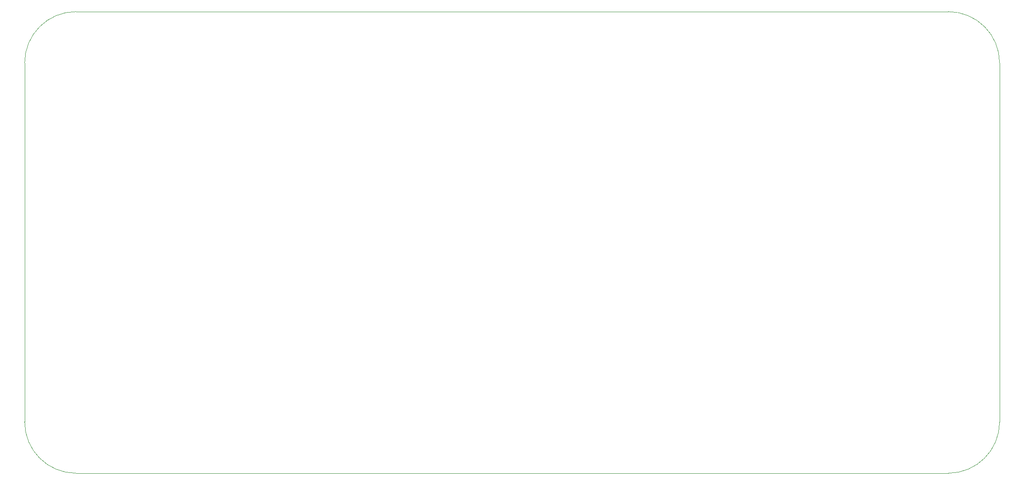
<source format=gbr>
%TF.GenerationSoftware,KiCad,Pcbnew,7.0.1*%
%TF.CreationDate,2024-11-26T18:11:55-05:00*%
%TF.ProjectId,tfg53,74666735-332e-46b6-9963-61645f706362,rev?*%
%TF.SameCoordinates,Original*%
%TF.FileFunction,Profile,NP*%
%FSLAX46Y46*%
G04 Gerber Fmt 4.6, Leading zero omitted, Abs format (unit mm)*
G04 Created by KiCad (PCBNEW 7.0.1) date 2024-11-26 18:11:55*
%MOMM*%
%LPD*%
G01*
G04 APERTURE LIST*
%TA.AperFunction,Profile*%
%ADD10C,0.100000*%
%TD*%
G04 APERTURE END LIST*
D10*
X60000000Y-50000000D02*
G75*
G03*
X50000000Y-60000000I0J-10000000D01*
G01*
X50000000Y-60000000D02*
X50000000Y-130000000D01*
X60000000Y-50000000D02*
X230000000Y-50000000D01*
X240000000Y-60000000D02*
X240000000Y-130000000D01*
X60000000Y-140000000D02*
X230000000Y-140000000D01*
X240000000Y-60000000D02*
G75*
G03*
X230000000Y-50000000I-10000000J0D01*
G01*
X230000000Y-140000000D02*
G75*
G03*
X240000000Y-130000000I0J10000000D01*
G01*
X50000000Y-130000000D02*
G75*
G03*
X60000000Y-140000000I10000000J0D01*
G01*
M02*

</source>
